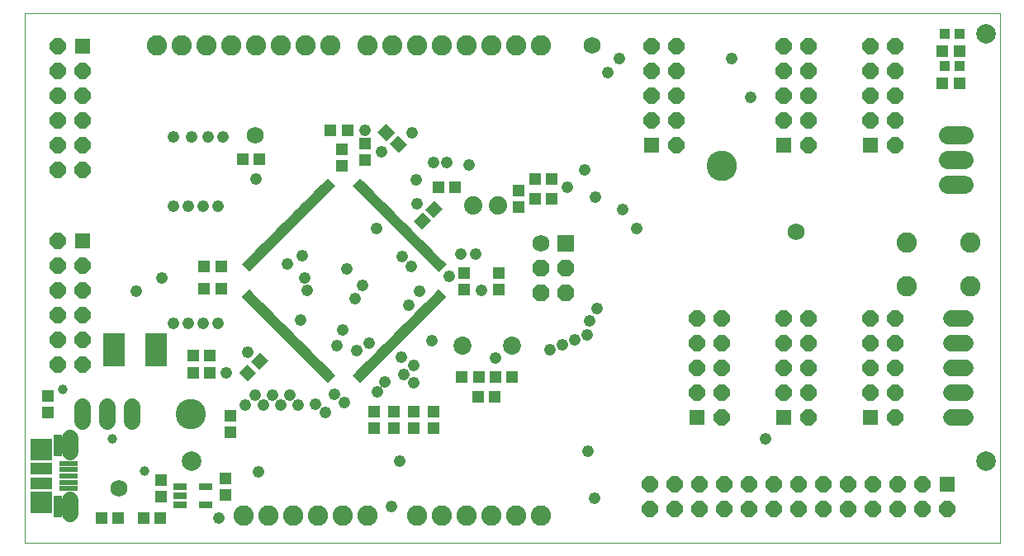
<source format=gts>
G75*
%MOIN*%
%OFA0B0*%
%FSLAX24Y24*%
%IPPOS*%
%LPD*%
%AMOC8*
5,1,8,0,0,1.08239X$1,22.5*
%
%ADD10C,0.0000*%
%ADD11C,0.1222*%
%ADD12R,0.0434X0.0198*%
%ADD13R,0.0198X0.0434*%
%ADD14C,0.0820*%
%ADD15R,0.0640X0.0640*%
%ADD16OC8,0.0640*%
%ADD17R,0.0474X0.0513*%
%ADD18R,0.0513X0.0474*%
%ADD19C,0.0740*%
%ADD20C,0.0730*%
%ADD21C,0.0730*%
%ADD22C,0.0680*%
%ADD23OC8,0.0680*%
%ADD24R,0.0680X0.0680*%
%ADD25R,0.0395X0.0395*%
%ADD26C,0.0674*%
%ADD27R,0.0552X0.0297*%
%ADD28C,0.0680*%
%ADD29R,0.0879X0.1379*%
%ADD30C,0.0787*%
%ADD31R,0.0769X0.0237*%
%ADD32R,0.0867X0.0867*%
%ADD33R,0.0356X0.0867*%
%ADD34R,0.0867X0.0474*%
%ADD35C,0.0476*%
%ADD36C,0.0390*%
D10*
X009750Y000930D02*
X009750Y022326D01*
X049120Y022326D01*
X049120Y000930D01*
X009750Y000930D01*
X015879Y006125D02*
X015881Y006172D01*
X015887Y006219D01*
X015896Y006265D01*
X015910Y006310D01*
X015927Y006354D01*
X015948Y006397D01*
X015972Y006437D01*
X015999Y006476D01*
X016030Y006512D01*
X016063Y006545D01*
X016099Y006576D01*
X016138Y006603D01*
X016178Y006627D01*
X016221Y006648D01*
X016265Y006665D01*
X016310Y006679D01*
X016356Y006688D01*
X016403Y006694D01*
X016450Y006696D01*
X016497Y006694D01*
X016544Y006688D01*
X016590Y006679D01*
X016635Y006665D01*
X016679Y006648D01*
X016722Y006627D01*
X016762Y006603D01*
X016801Y006576D01*
X016837Y006545D01*
X016870Y006512D01*
X016901Y006476D01*
X016928Y006437D01*
X016952Y006397D01*
X016973Y006354D01*
X016990Y006310D01*
X017004Y006265D01*
X017013Y006219D01*
X017019Y006172D01*
X017021Y006125D01*
X017019Y006078D01*
X017013Y006031D01*
X017004Y005985D01*
X016990Y005940D01*
X016973Y005896D01*
X016952Y005853D01*
X016928Y005813D01*
X016901Y005774D01*
X016870Y005738D01*
X016837Y005705D01*
X016801Y005674D01*
X016762Y005647D01*
X016722Y005623D01*
X016679Y005602D01*
X016635Y005585D01*
X016590Y005571D01*
X016544Y005562D01*
X016497Y005556D01*
X016450Y005554D01*
X016403Y005556D01*
X016356Y005562D01*
X016310Y005571D01*
X016265Y005585D01*
X016221Y005602D01*
X016178Y005623D01*
X016138Y005647D01*
X016099Y005674D01*
X016063Y005705D01*
X016030Y005738D01*
X015999Y005774D01*
X015972Y005813D01*
X015948Y005853D01*
X015927Y005896D01*
X015910Y005940D01*
X015896Y005985D01*
X015887Y006031D01*
X015881Y006078D01*
X015879Y006125D01*
X037334Y016165D02*
X037336Y016212D01*
X037342Y016259D01*
X037351Y016305D01*
X037365Y016350D01*
X037382Y016394D01*
X037403Y016437D01*
X037427Y016477D01*
X037454Y016516D01*
X037485Y016552D01*
X037518Y016585D01*
X037554Y016616D01*
X037593Y016643D01*
X037633Y016667D01*
X037676Y016688D01*
X037720Y016705D01*
X037765Y016719D01*
X037811Y016728D01*
X037858Y016734D01*
X037905Y016736D01*
X037952Y016734D01*
X037999Y016728D01*
X038045Y016719D01*
X038090Y016705D01*
X038134Y016688D01*
X038177Y016667D01*
X038217Y016643D01*
X038256Y016616D01*
X038292Y016585D01*
X038325Y016552D01*
X038356Y016516D01*
X038383Y016477D01*
X038407Y016437D01*
X038428Y016394D01*
X038445Y016350D01*
X038459Y016305D01*
X038468Y016259D01*
X038474Y016212D01*
X038476Y016165D01*
X038474Y016118D01*
X038468Y016071D01*
X038459Y016025D01*
X038445Y015980D01*
X038428Y015936D01*
X038407Y015893D01*
X038383Y015853D01*
X038356Y015814D01*
X038325Y015778D01*
X038292Y015745D01*
X038256Y015714D01*
X038217Y015687D01*
X038177Y015663D01*
X038134Y015642D01*
X038090Y015625D01*
X038045Y015611D01*
X037999Y015602D01*
X037952Y015596D01*
X037905Y015594D01*
X037858Y015596D01*
X037811Y015602D01*
X037765Y015611D01*
X037720Y015625D01*
X037676Y015642D01*
X037633Y015663D01*
X037593Y015687D01*
X037554Y015714D01*
X037518Y015745D01*
X037485Y015778D01*
X037454Y015814D01*
X037427Y015853D01*
X037403Y015893D01*
X037382Y015936D01*
X037365Y015980D01*
X037351Y016025D01*
X037342Y016071D01*
X037336Y016118D01*
X037334Y016165D01*
D11*
X037905Y016165D03*
X016450Y006125D03*
D12*
G36*
X021467Y008537D02*
X021161Y008231D01*
X021021Y008371D01*
X021327Y008677D01*
X021467Y008537D01*
G37*
G36*
X021606Y008398D02*
X021300Y008092D01*
X021160Y008232D01*
X021466Y008538D01*
X021606Y008398D01*
G37*
G36*
X021746Y008258D02*
X021440Y007952D01*
X021300Y008092D01*
X021606Y008398D01*
X021746Y008258D01*
G37*
G36*
X021885Y008119D02*
X021579Y007813D01*
X021439Y007953D01*
X021745Y008259D01*
X021885Y008119D01*
G37*
G36*
X022024Y007980D02*
X021718Y007674D01*
X021578Y007814D01*
X021884Y008120D01*
X022024Y007980D01*
G37*
G36*
X022163Y007841D02*
X021857Y007535D01*
X021717Y007675D01*
X022023Y007981D01*
X022163Y007841D01*
G37*
G36*
X022302Y007702D02*
X021996Y007396D01*
X021856Y007536D01*
X022162Y007842D01*
X022302Y007702D01*
G37*
G36*
X021328Y008676D02*
X021022Y008370D01*
X020882Y008510D01*
X021188Y008816D01*
X021328Y008676D01*
G37*
G36*
X021189Y008815D02*
X020883Y008509D01*
X020743Y008649D01*
X021049Y008955D01*
X021189Y008815D01*
G37*
G36*
X021050Y008954D02*
X020744Y008648D01*
X020604Y008788D01*
X020910Y009094D01*
X021050Y008954D01*
G37*
G36*
X020910Y009094D02*
X020604Y008788D01*
X020464Y008928D01*
X020770Y009234D01*
X020910Y009094D01*
G37*
G36*
X020771Y009233D02*
X020465Y008927D01*
X020325Y009067D01*
X020631Y009373D01*
X020771Y009233D01*
G37*
G36*
X020632Y009372D02*
X020326Y009066D01*
X020186Y009206D01*
X020492Y009512D01*
X020632Y009372D01*
G37*
G36*
X020493Y009511D02*
X020187Y009205D01*
X020047Y009345D01*
X020353Y009651D01*
X020493Y009511D01*
G37*
G36*
X020354Y009650D02*
X020048Y009344D01*
X019908Y009484D01*
X020214Y009790D01*
X020354Y009650D01*
G37*
G36*
X020214Y009790D02*
X019908Y009484D01*
X019768Y009624D01*
X020074Y009930D01*
X020214Y009790D01*
G37*
G36*
X020075Y009929D02*
X019769Y009623D01*
X019629Y009763D01*
X019935Y010069D01*
X020075Y009929D01*
G37*
G36*
X019936Y010068D02*
X019630Y009762D01*
X019490Y009902D01*
X019796Y010208D01*
X019936Y010068D01*
G37*
G36*
X019797Y010207D02*
X019491Y009901D01*
X019351Y010041D01*
X019657Y010347D01*
X019797Y010207D01*
G37*
G36*
X019658Y010346D02*
X019352Y010040D01*
X019212Y010180D01*
X019518Y010486D01*
X019658Y010346D01*
G37*
G36*
X019518Y010486D02*
X019212Y010180D01*
X019072Y010320D01*
X019378Y010626D01*
X019518Y010486D01*
G37*
G36*
X019379Y010625D02*
X019073Y010319D01*
X018933Y010459D01*
X019239Y010765D01*
X019379Y010625D01*
G37*
G36*
X019240Y010764D02*
X018934Y010458D01*
X018794Y010598D01*
X019100Y010904D01*
X019240Y010764D01*
G37*
G36*
X019101Y010903D02*
X018795Y010597D01*
X018655Y010737D01*
X018961Y011043D01*
X019101Y010903D01*
G37*
G36*
X018962Y011042D02*
X018656Y010736D01*
X018516Y010876D01*
X018822Y011182D01*
X018962Y011042D01*
G37*
G36*
X025114Y013854D02*
X024808Y013548D01*
X024668Y013688D01*
X024974Y013994D01*
X025114Y013854D01*
G37*
G36*
X025253Y013715D02*
X024947Y013409D01*
X024807Y013549D01*
X025113Y013855D01*
X025253Y013715D01*
G37*
G36*
X025392Y013576D02*
X025086Y013270D01*
X024946Y013410D01*
X025252Y013716D01*
X025392Y013576D01*
G37*
G36*
X025532Y013436D02*
X025226Y013130D01*
X025086Y013270D01*
X025392Y013576D01*
X025532Y013436D01*
G37*
G36*
X025671Y013297D02*
X025365Y012991D01*
X025225Y013131D01*
X025531Y013437D01*
X025671Y013297D01*
G37*
G36*
X025810Y013158D02*
X025504Y012852D01*
X025364Y012992D01*
X025670Y013298D01*
X025810Y013158D01*
G37*
G36*
X025949Y013019D02*
X025643Y012713D01*
X025503Y012853D01*
X025809Y013159D01*
X025949Y013019D01*
G37*
G36*
X026088Y012880D02*
X025782Y012574D01*
X025642Y012714D01*
X025948Y013020D01*
X026088Y012880D01*
G37*
G36*
X026228Y012740D02*
X025922Y012434D01*
X025782Y012574D01*
X026088Y012880D01*
X026228Y012740D01*
G37*
G36*
X026367Y012601D02*
X026061Y012295D01*
X025921Y012435D01*
X026227Y012741D01*
X026367Y012601D01*
G37*
G36*
X026506Y012462D02*
X026200Y012156D01*
X026060Y012296D01*
X026366Y012602D01*
X026506Y012462D01*
G37*
G36*
X026645Y012323D02*
X026339Y012017D01*
X026199Y012157D01*
X026505Y012463D01*
X026645Y012323D01*
G37*
G36*
X026784Y012184D02*
X026478Y011878D01*
X026338Y012018D01*
X026644Y012324D01*
X026784Y012184D01*
G37*
G36*
X024975Y013993D02*
X024669Y013687D01*
X024529Y013827D01*
X024835Y014133D01*
X024975Y013993D01*
G37*
G36*
X024836Y014132D02*
X024530Y013826D01*
X024390Y013966D01*
X024696Y014272D01*
X024836Y014132D01*
G37*
G36*
X024696Y014272D02*
X024390Y013966D01*
X024250Y014106D01*
X024556Y014412D01*
X024696Y014272D01*
G37*
G36*
X024557Y014411D02*
X024251Y014105D01*
X024111Y014245D01*
X024417Y014551D01*
X024557Y014411D01*
G37*
G36*
X024418Y014550D02*
X024112Y014244D01*
X023972Y014384D01*
X024278Y014690D01*
X024418Y014550D01*
G37*
G36*
X024279Y014689D02*
X023973Y014383D01*
X023833Y014523D01*
X024139Y014829D01*
X024279Y014689D01*
G37*
G36*
X024140Y014828D02*
X023834Y014522D01*
X023694Y014662D01*
X024000Y014968D01*
X024140Y014828D01*
G37*
G36*
X024000Y014968D02*
X023694Y014662D01*
X023554Y014802D01*
X023860Y015108D01*
X024000Y014968D01*
G37*
G36*
X023861Y015107D02*
X023555Y014801D01*
X023415Y014941D01*
X023721Y015247D01*
X023861Y015107D01*
G37*
G36*
X023722Y015246D02*
X023416Y014940D01*
X023276Y015080D01*
X023582Y015386D01*
X023722Y015246D01*
G37*
G36*
X023583Y015385D02*
X023277Y015079D01*
X023137Y015219D01*
X023443Y015525D01*
X023583Y015385D01*
G37*
G36*
X023444Y015524D02*
X023138Y015218D01*
X022998Y015358D01*
X023304Y015664D01*
X023444Y015524D01*
G37*
D13*
G36*
X022302Y015358D02*
X022162Y015218D01*
X021856Y015524D01*
X021996Y015664D01*
X022302Y015358D01*
G37*
G36*
X022163Y015219D02*
X022023Y015079D01*
X021717Y015385D01*
X021857Y015525D01*
X022163Y015219D01*
G37*
G36*
X022024Y015080D02*
X021884Y014940D01*
X021578Y015246D01*
X021718Y015386D01*
X022024Y015080D01*
G37*
G36*
X021885Y014941D02*
X021745Y014801D01*
X021439Y015107D01*
X021579Y015247D01*
X021885Y014941D01*
G37*
G36*
X021746Y014802D02*
X021606Y014662D01*
X021300Y014968D01*
X021440Y015108D01*
X021746Y014802D01*
G37*
G36*
X021606Y014662D02*
X021466Y014522D01*
X021160Y014828D01*
X021300Y014968D01*
X021606Y014662D01*
G37*
G36*
X021467Y014523D02*
X021327Y014383D01*
X021021Y014689D01*
X021161Y014829D01*
X021467Y014523D01*
G37*
G36*
X021328Y014384D02*
X021188Y014244D01*
X020882Y014550D01*
X021022Y014690D01*
X021328Y014384D01*
G37*
G36*
X021189Y014245D02*
X021049Y014105D01*
X020743Y014411D01*
X020883Y014551D01*
X021189Y014245D01*
G37*
G36*
X021050Y014106D02*
X020910Y013966D01*
X020604Y014272D01*
X020744Y014412D01*
X021050Y014106D01*
G37*
G36*
X020910Y013966D02*
X020770Y013826D01*
X020464Y014132D01*
X020604Y014272D01*
X020910Y013966D01*
G37*
G36*
X020771Y013827D02*
X020631Y013687D01*
X020325Y013993D01*
X020465Y014133D01*
X020771Y013827D01*
G37*
G36*
X020632Y013688D02*
X020492Y013548D01*
X020186Y013854D01*
X020326Y013994D01*
X020632Y013688D01*
G37*
G36*
X020493Y013549D02*
X020353Y013409D01*
X020047Y013715D01*
X020187Y013855D01*
X020493Y013549D01*
G37*
G36*
X020354Y013410D02*
X020214Y013270D01*
X019908Y013576D01*
X020048Y013716D01*
X020354Y013410D01*
G37*
G36*
X020214Y013270D02*
X020074Y013130D01*
X019768Y013436D01*
X019908Y013576D01*
X020214Y013270D01*
G37*
G36*
X020075Y013131D02*
X019935Y012991D01*
X019629Y013297D01*
X019769Y013437D01*
X020075Y013131D01*
G37*
G36*
X019936Y012992D02*
X019796Y012852D01*
X019490Y013158D01*
X019630Y013298D01*
X019936Y012992D01*
G37*
G36*
X019797Y012853D02*
X019657Y012713D01*
X019351Y013019D01*
X019491Y013159D01*
X019797Y012853D01*
G37*
G36*
X019658Y012714D02*
X019518Y012574D01*
X019212Y012880D01*
X019352Y013020D01*
X019658Y012714D01*
G37*
G36*
X019518Y012574D02*
X019378Y012434D01*
X019072Y012740D01*
X019212Y012880D01*
X019518Y012574D01*
G37*
G36*
X019379Y012435D02*
X019239Y012295D01*
X018933Y012601D01*
X019073Y012741D01*
X019379Y012435D01*
G37*
G36*
X019240Y012296D02*
X019100Y012156D01*
X018794Y012462D01*
X018934Y012602D01*
X019240Y012296D01*
G37*
G36*
X019101Y012157D02*
X018961Y012017D01*
X018655Y012323D01*
X018795Y012463D01*
X019101Y012157D01*
G37*
G36*
X018962Y012018D02*
X018822Y011878D01*
X018516Y012184D01*
X018656Y012324D01*
X018962Y012018D01*
G37*
G36*
X025114Y009206D02*
X024974Y009066D01*
X024668Y009372D01*
X024808Y009512D01*
X025114Y009206D01*
G37*
G36*
X025253Y009345D02*
X025113Y009205D01*
X024807Y009511D01*
X024947Y009651D01*
X025253Y009345D01*
G37*
G36*
X025392Y009484D02*
X025252Y009344D01*
X024946Y009650D01*
X025086Y009790D01*
X025392Y009484D01*
G37*
G36*
X025532Y009624D02*
X025392Y009484D01*
X025086Y009790D01*
X025226Y009930D01*
X025532Y009624D01*
G37*
G36*
X025671Y009763D02*
X025531Y009623D01*
X025225Y009929D01*
X025365Y010069D01*
X025671Y009763D01*
G37*
G36*
X025810Y009902D02*
X025670Y009762D01*
X025364Y010068D01*
X025504Y010208D01*
X025810Y009902D01*
G37*
G36*
X025949Y010041D02*
X025809Y009901D01*
X025503Y010207D01*
X025643Y010347D01*
X025949Y010041D01*
G37*
G36*
X026088Y010180D02*
X025948Y010040D01*
X025642Y010346D01*
X025782Y010486D01*
X026088Y010180D01*
G37*
G36*
X026228Y010320D02*
X026088Y010180D01*
X025782Y010486D01*
X025922Y010626D01*
X026228Y010320D01*
G37*
G36*
X026367Y010459D02*
X026227Y010319D01*
X025921Y010625D01*
X026061Y010765D01*
X026367Y010459D01*
G37*
G36*
X026506Y010598D02*
X026366Y010458D01*
X026060Y010764D01*
X026200Y010904D01*
X026506Y010598D01*
G37*
G36*
X026645Y010737D02*
X026505Y010597D01*
X026199Y010903D01*
X026339Y011043D01*
X026645Y010737D01*
G37*
G36*
X026784Y010876D02*
X026644Y010736D01*
X026338Y011042D01*
X026478Y011182D01*
X026784Y010876D01*
G37*
G36*
X024975Y009067D02*
X024835Y008927D01*
X024529Y009233D01*
X024669Y009373D01*
X024975Y009067D01*
G37*
G36*
X024836Y008928D02*
X024696Y008788D01*
X024390Y009094D01*
X024530Y009234D01*
X024836Y008928D01*
G37*
G36*
X024696Y008788D02*
X024556Y008648D01*
X024250Y008954D01*
X024390Y009094D01*
X024696Y008788D01*
G37*
G36*
X024557Y008649D02*
X024417Y008509D01*
X024111Y008815D01*
X024251Y008955D01*
X024557Y008649D01*
G37*
G36*
X024418Y008510D02*
X024278Y008370D01*
X023972Y008676D01*
X024112Y008816D01*
X024418Y008510D01*
G37*
G36*
X024279Y008371D02*
X024139Y008231D01*
X023833Y008537D01*
X023973Y008677D01*
X024279Y008371D01*
G37*
G36*
X024140Y008232D02*
X024000Y008092D01*
X023694Y008398D01*
X023834Y008538D01*
X024140Y008232D01*
G37*
G36*
X024000Y008092D02*
X023860Y007952D01*
X023554Y008258D01*
X023694Y008398D01*
X024000Y008092D01*
G37*
G36*
X023861Y007953D02*
X023721Y007813D01*
X023415Y008119D01*
X023555Y008259D01*
X023861Y007953D01*
G37*
G36*
X023722Y007814D02*
X023582Y007674D01*
X023276Y007980D01*
X023416Y008120D01*
X023722Y007814D01*
G37*
G36*
X023583Y007675D02*
X023443Y007535D01*
X023137Y007841D01*
X023277Y007981D01*
X023583Y007675D01*
G37*
G36*
X023444Y007536D02*
X023304Y007396D01*
X022998Y007702D01*
X023138Y007842D01*
X023444Y007536D01*
G37*
D14*
X023600Y002030D03*
X022600Y002030D03*
X021600Y002030D03*
X020600Y002030D03*
X019600Y002030D03*
X018600Y002030D03*
X025600Y002030D03*
X026600Y002030D03*
X027600Y002030D03*
X028600Y002030D03*
X029600Y002030D03*
X030600Y002030D03*
X045370Y011290D03*
X047930Y011290D03*
X047930Y013070D03*
X045370Y013070D03*
X030600Y021030D03*
X029600Y021030D03*
X028600Y021030D03*
X027600Y021030D03*
X026600Y021030D03*
X025600Y021030D03*
X024600Y021030D03*
X023600Y021030D03*
X022100Y021030D03*
X021100Y021030D03*
X020100Y021030D03*
X019100Y021030D03*
X018100Y021030D03*
X017100Y021030D03*
X016100Y021030D03*
X015100Y021030D03*
D15*
X012100Y020980D03*
X012100Y013130D03*
X035050Y016980D03*
X040400Y016980D03*
X043900Y016980D03*
X043900Y005980D03*
X040400Y005980D03*
X036900Y005980D03*
X047000Y003280D03*
D16*
X046000Y003280D03*
X045000Y003280D03*
X044000Y003280D03*
X043000Y003280D03*
X042000Y003280D03*
X041000Y003280D03*
X040000Y003280D03*
X039000Y003280D03*
X038000Y003280D03*
X037000Y003280D03*
X036000Y003280D03*
X035000Y003280D03*
X035000Y002280D03*
X036000Y002280D03*
X037000Y002280D03*
X038000Y002280D03*
X039000Y002280D03*
X040000Y002280D03*
X041000Y002280D03*
X042000Y002280D03*
X043000Y002280D03*
X044000Y002280D03*
X045000Y002280D03*
X046000Y002280D03*
X047000Y002280D03*
X044900Y005980D03*
X044900Y006980D03*
X043900Y006980D03*
X043900Y007980D03*
X044900Y007980D03*
X044900Y008980D03*
X043900Y008980D03*
X043900Y009980D03*
X044900Y009980D03*
X041400Y009980D03*
X040400Y009980D03*
X040400Y008980D03*
X041400Y008980D03*
X041400Y007980D03*
X040400Y007980D03*
X040400Y006980D03*
X041400Y006980D03*
X041400Y005980D03*
X037900Y005980D03*
X037900Y006980D03*
X036900Y006980D03*
X036900Y007980D03*
X037900Y007980D03*
X037900Y008980D03*
X036900Y008980D03*
X036900Y009980D03*
X037900Y009980D03*
X036050Y016980D03*
X036050Y017980D03*
X035050Y017980D03*
X035050Y018980D03*
X036050Y018980D03*
X036050Y019980D03*
X035050Y019980D03*
X035050Y020980D03*
X036050Y020980D03*
X040400Y020980D03*
X041400Y020980D03*
X041400Y019980D03*
X040400Y019980D03*
X040400Y018980D03*
X041400Y018980D03*
X041400Y017980D03*
X040400Y017980D03*
X041400Y016980D03*
X043900Y017980D03*
X044900Y017980D03*
X044900Y016980D03*
X044900Y018980D03*
X043900Y018980D03*
X043900Y019980D03*
X044900Y019980D03*
X044900Y020980D03*
X043900Y020980D03*
X012100Y019980D03*
X011100Y019980D03*
X011100Y018980D03*
X012100Y018980D03*
X012100Y017980D03*
X011100Y017980D03*
X011100Y016980D03*
X012100Y016980D03*
X012100Y015980D03*
X011100Y015980D03*
X011100Y013130D03*
X011100Y012130D03*
X012100Y012130D03*
X012100Y011130D03*
X011100Y011130D03*
X011100Y010130D03*
X012100Y010130D03*
X012100Y009130D03*
X011100Y009130D03*
X011100Y008130D03*
X012100Y008130D03*
X011100Y020980D03*
D17*
X022550Y016815D03*
X022550Y016145D03*
X023500Y016395D03*
X023500Y017065D03*
X029700Y015165D03*
X029700Y014495D03*
X028900Y011815D03*
X027500Y011815D03*
X027500Y011145D03*
X028900Y011145D03*
X026250Y006215D03*
X026250Y005545D03*
X025450Y005545D03*
X024650Y005545D03*
X024650Y006215D03*
X025450Y006215D03*
X023850Y006215D03*
X023850Y005545D03*
X018050Y005395D03*
X018050Y006065D03*
X017850Y003515D03*
X017850Y002845D03*
X015250Y002795D03*
X015250Y003465D03*
X010700Y006195D03*
X010700Y006865D03*
D18*
X016565Y007780D03*
X017235Y007780D03*
X017235Y008480D03*
X016565Y008480D03*
G36*
X019111Y007806D02*
X018750Y007445D01*
X018415Y007780D01*
X018776Y008141D01*
X019111Y007806D01*
G37*
G36*
X019585Y008280D02*
X019224Y007919D01*
X018889Y008254D01*
X019250Y008615D01*
X019585Y008280D01*
G37*
X017685Y011180D03*
X017015Y011180D03*
X017015Y012080D03*
X017685Y012080D03*
G36*
X026161Y013956D02*
X025800Y013595D01*
X025465Y013930D01*
X025826Y014291D01*
X026161Y013956D01*
G37*
G36*
X026635Y014430D02*
X026274Y014069D01*
X025939Y014404D01*
X026300Y014765D01*
X026635Y014430D01*
G37*
X026465Y015280D03*
X027135Y015280D03*
X030365Y015630D03*
X031035Y015630D03*
X031035Y014830D03*
X030365Y014830D03*
G36*
X024824Y017391D02*
X025185Y017030D01*
X024850Y016695D01*
X024489Y017056D01*
X024824Y017391D01*
G37*
G36*
X024350Y017865D02*
X024711Y017504D01*
X024376Y017169D01*
X024015Y017530D01*
X024350Y017865D01*
G37*
X022785Y017580D03*
X022115Y017580D03*
X019235Y016430D03*
X018565Y016430D03*
X027415Y007630D03*
X028085Y007630D03*
X028765Y007630D03*
X029435Y007630D03*
X028735Y006830D03*
X028065Y006830D03*
X015235Y001930D03*
X014565Y001930D03*
X013535Y001930D03*
X012865Y001930D03*
X046815Y019480D03*
X047485Y019480D03*
X047485Y020780D03*
X046815Y020780D03*
D19*
X028860Y014560D03*
X027860Y014560D03*
D20*
X027430Y008890D03*
X029430Y008890D03*
D21*
X047045Y015410D02*
X047695Y015410D01*
X047695Y016410D02*
X047045Y016410D01*
X047045Y017410D02*
X047695Y017410D01*
D22*
X040900Y013480D03*
X030600Y013030D03*
X019050Y017380D03*
X032650Y021030D03*
X013550Y003130D03*
D23*
X030600Y011030D03*
X031600Y011030D03*
X031600Y012030D03*
X030600Y012030D03*
D24*
X031600Y013030D03*
D25*
X046905Y020180D03*
X047495Y020180D03*
X047495Y021480D03*
X046905Y021480D03*
D26*
X047153Y009980D02*
X047747Y009980D01*
X047747Y008980D02*
X047153Y008980D01*
X047153Y007980D02*
X047747Y007980D01*
X047747Y006980D02*
X047153Y006980D01*
X047153Y005980D02*
X047747Y005980D01*
X011612Y005178D02*
X011612Y004585D01*
X011612Y002675D02*
X011612Y002082D01*
D27*
X016038Y002456D03*
X016038Y002830D03*
X016038Y003204D03*
X017062Y003204D03*
X017062Y002456D03*
D28*
X014100Y005830D02*
X014100Y006430D01*
X013100Y006430D02*
X013100Y005830D01*
X012100Y005830D02*
X012100Y006430D01*
D29*
X013350Y008730D03*
X015050Y008730D03*
D30*
X016500Y004230D03*
X048550Y004230D03*
X048550Y021480D03*
D31*
X011531Y004142D03*
X011531Y003886D03*
X011531Y003630D03*
X011531Y003374D03*
X011531Y003118D03*
D32*
X010419Y002557D03*
X010419Y004703D03*
D33*
X011089Y004850D03*
X011089Y002410D03*
D34*
X010419Y003335D03*
X010419Y003925D03*
D35*
X017600Y001930D03*
X019200Y003780D03*
X021900Y006180D03*
X021500Y006530D03*
X020800Y006480D03*
X020450Y006880D03*
X020100Y006480D03*
X019750Y006880D03*
X019400Y006480D03*
X019050Y006880D03*
X018650Y006480D03*
X017900Y007780D03*
X018750Y008630D03*
X017550Y009780D03*
X016950Y009780D03*
X016350Y009780D03*
X015750Y009780D03*
X014250Y011080D03*
X015300Y011630D03*
X020350Y012180D03*
X020950Y012530D03*
X021050Y011630D03*
X021150Y011130D03*
X022750Y011980D03*
X023400Y011330D03*
X023100Y010780D03*
X025250Y010530D03*
X025700Y011080D03*
X026900Y011680D03*
X028200Y011130D03*
X027950Y012580D03*
X027350Y012580D03*
X025350Y012080D03*
X025000Y012480D03*
X023950Y013630D03*
X025600Y014630D03*
X025550Y015580D03*
X026250Y016280D03*
X026800Y016280D03*
X027700Y016180D03*
X025400Y017480D03*
X024150Y016730D03*
X023500Y017580D03*
X019100Y015630D03*
X017550Y014530D03*
X016950Y014530D03*
X016350Y014530D03*
X015750Y014530D03*
X015750Y017330D03*
X016500Y017330D03*
X017150Y017330D03*
X017750Y017330D03*
X031650Y015280D03*
X032800Y014880D03*
X033900Y014380D03*
X034450Y013630D03*
X032350Y015980D03*
X039050Y018930D03*
X038300Y020480D03*
X033750Y020480D03*
X033300Y019930D03*
X032850Y010380D03*
X032550Y009880D03*
X032450Y009330D03*
X031950Y009130D03*
X031450Y008930D03*
X030950Y008730D03*
X028750Y008380D03*
X026200Y009080D03*
X024950Y008430D03*
X025450Y008080D03*
X025050Y007730D03*
X025450Y007380D03*
X024300Y007430D03*
X024000Y007030D03*
X022650Y006580D03*
X022250Y006930D03*
X023150Y008680D03*
X023650Y008980D03*
X022600Y009530D03*
X022350Y008880D03*
X020900Y009930D03*
X032500Y004630D03*
X032750Y002730D03*
X039650Y005130D03*
X024900Y004230D03*
X024550Y002380D03*
D36*
X014600Y003830D03*
X013300Y005130D03*
X011300Y007130D03*
M02*

</source>
